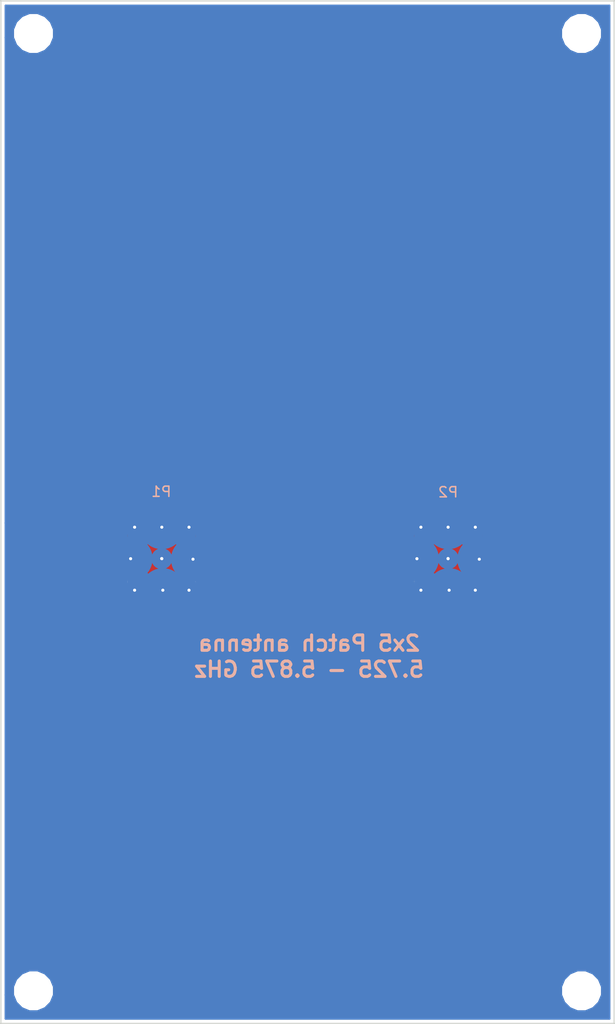
<source format=kicad_pcb>
(kicad_pcb (version 4) (host Gerbview "5.1.0")

  (layers 
    (0 F.Cu signal)
    (31 B.Cu signal)
    (32 B.Adhes user)
    (33 F.Adhes user)
    (34 B.Paste user)
    (35 F.Paste user)
    (36 B.SilkS user)
    (37 F.SilkS user)
    (38 B.Mask user)
    (39 F.Mask user)
    (40 Dwgs.User user)
    (41 Cmts.User user)
    (42 Eco1.User user)
    (43 Eco2.User user)
    (44 Edge.Cuts user)
  )

(gr_line (start 154.6 155.2) (end 154.6 155.2)(layer F.Mask) (width 3.6))
(gr_line (start 101 155.2) (end 101 155.2)(layer F.Mask) (width 3.6))
(gr_line (start 101 61.6) (end 101 61.6)(layer F.Mask) (width 3.6))
(gr_line (start 154.6 61.6) (end 154.6 61.6)(layer F.Mask) (width 3.6))
(gr_line (start 97.8 58.4) (end 97.8 58.4)(layer Edge.Cuts) (width 0.15))
(gr_line (start 97.8 158.4) (end 97.8 58.4)(layer Edge.Cuts) (width 0.15))
(gr_line (start 157.8 158.4) (end 97.8 158.4)(layer Edge.Cuts) (width 0.15))
(gr_line (start 157.8 58.4) (end 157.8 158.4)(layer Edge.Cuts) (width 0.15))
(gr_line (start 97.8 58.4) (end 157.8 58.4)(layer Edge.Cuts) (width 0.15))
(gr_line (start 138.48571 120.54643) (end 138.41429 120.475)(layer B.SilkS) (width 0.3))
(gr_line (start 138.41429 120.475) (end 138.27143 120.40357)(layer B.SilkS) (width 0.3))
(gr_line (start 138.27143 120.40357) (end 137.91429 120.40357)(layer B.SilkS) (width 0.3))
(gr_line (start 137.91429 120.40357) (end 137.77143 120.475)(layer B.SilkS) (width 0.3))
(gr_line (start 137.77143 120.475) (end 137.7 120.54643)(layer B.SilkS) (width 0.3))
(gr_line (start 137.7 120.54643) (end 137.62857 120.68929)(layer B.SilkS) (width 0.3))
(gr_line (start 137.62857 120.68929) (end 137.62857 120.83214)(layer B.SilkS) (width 0.3))
(gr_line (start 137.62857 120.83214) (end 137.7 121.04643)(layer B.SilkS) (width 0.3))
(gr_line (start 137.7 121.04643) (end 138.55714 121.90357)(layer B.SilkS) (width 0.3))
(gr_line (start 138.55714 121.90357) (end 137.62857 121.90357)(layer B.SilkS) (width 0.3))
(gr_line (start 137.12857 121.90357) (end 136.34286 120.90357)(layer B.SilkS) (width 0.3))
(gr_line (start 137.12857 120.90357) (end 136.34286 121.90357)(layer B.SilkS) (width 0.3))
(gr_line (start 135.05714 120.40357) (end 135.77143 120.40357)(layer B.SilkS) (width 0.3))
(gr_line (start 135.77143 120.40357) (end 135.84286 121.11786)(layer B.SilkS) (width 0.3))
(gr_line (start 135.84286 121.11786) (end 135.77143 121.04643)(layer B.SilkS) (width 0.3))
(gr_line (start 135.77143 121.04643) (end 135.62857 120.975)(layer B.SilkS) (width 0.3))
(gr_line (start 135.62857 120.975) (end 135.27143 120.975)(layer B.SilkS) (width 0.3))
(gr_line (start 135.27143 120.975) (end 135.12857 121.04643)(layer B.SilkS) (width 0.3))
(gr_line (start 135.12857 121.04643) (end 135.05714 121.11786)(layer B.SilkS) (width 0.3))
(gr_line (start 135.05714 121.11786) (end 134.98571 121.26071)(layer B.SilkS) (width 0.3))
(gr_line (start 134.98571 121.26071) (end 134.98571 121.61786)(layer B.SilkS) (width 0.3))
(gr_line (start 134.98571 121.61786) (end 135.05714 121.76071)(layer B.SilkS) (width 0.3))
(gr_line (start 135.05714 121.76071) (end 135.12857 121.83214)(layer B.SilkS) (width 0.3))
(gr_line (start 135.12857 121.83214) (end 135.27143 121.90357)(layer B.SilkS) (width 0.3))
(gr_line (start 135.27143 121.90357) (end 135.62857 121.90357)(layer B.SilkS) (width 0.3))
(gr_line (start 135.62857 121.90357) (end 135.77143 121.83214)(layer B.SilkS) (width 0.3))
(gr_line (start 135.77143 121.83214) (end 135.84286 121.76071)(layer B.SilkS) (width 0.3))
(gr_line (start 133.2 121.90357) (end 133.2 120.40357)(layer B.SilkS) (width 0.3))
(gr_line (start 133.2 120.40357) (end 132.62857 120.40357)(layer B.SilkS) (width 0.3))
(gr_line (start 132.62857 120.40357) (end 132.48571 120.475)(layer B.SilkS) (width 0.3))
(gr_line (start 132.48571 120.475) (end 132.41429 120.54643)(layer B.SilkS) (width 0.3))
(gr_line (start 132.41429 120.54643) (end 132.34286 120.68929)(layer B.SilkS) (width 0.3))
(gr_line (start 132.34286 120.68929) (end 132.34286 120.90357)(layer B.SilkS) (width 0.3))
(gr_line (start 132.34286 120.90357) (end 132.41429 121.04643)(layer B.SilkS) (width 0.3))
(gr_line (start 132.41429 121.04643) (end 132.48571 121.11786)(layer B.SilkS) (width 0.3))
(gr_line (start 132.48571 121.11786) (end 132.62857 121.18929)(layer B.SilkS) (width 0.3))
(gr_line (start 132.62857 121.18929) (end 133.2 121.18929)(layer B.SilkS) (width 0.3))
(gr_line (start 131.05714 121.90357) (end 131.05714 121.11786)(layer B.SilkS) (width 0.3))
(gr_line (start 131.05714 121.11786) (end 131.12857 120.975)(layer B.SilkS) (width 0.3))
(gr_line (start 131.12857 120.975) (end 131.27143 120.90357)(layer B.SilkS) (width 0.3))
(gr_line (start 131.27143 120.90357) (end 131.55714 120.90357)(layer B.SilkS) (width 0.3))
(gr_line (start 131.55714 120.90357) (end 131.7 120.975)(layer B.SilkS) (width 0.3))
(gr_line (start 131.05714 121.83214) (end 131.2 121.90357)(layer B.SilkS) (width 0.3))
(gr_line (start 131.2 121.90357) (end 131.55714 121.90357)(layer B.SilkS) (width 0.3))
(gr_line (start 131.55714 121.90357) (end 131.7 121.83214)(layer B.SilkS) (width 0.3))
(gr_line (start 131.7 121.83214) (end 131.77143 121.68929)(layer B.SilkS) (width 0.3))
(gr_line (start 131.77143 121.68929) (end 131.77143 121.54643)(layer B.SilkS) (width 0.3))
(gr_line (start 131.77143 121.54643) (end 131.7 121.40357)(layer B.SilkS) (width 0.3))
(gr_line (start 131.7 121.40357) (end 131.55714 121.33214)(layer B.SilkS) (width 0.3))
(gr_line (start 131.55714 121.33214) (end 131.2 121.33214)(layer B.SilkS) (width 0.3))
(gr_line (start 131.2 121.33214) (end 131.05714 121.26071)(layer B.SilkS) (width 0.3))
(gr_line (start 130.55714 120.90357) (end 129.98571 120.90357)(layer B.SilkS) (width 0.3))
(gr_line (start 130.34286 120.40357) (end 130.34286 121.68929)(layer B.SilkS) (width 0.3))
(gr_line (start 130.34286 121.68929) (end 130.27143 121.83214)(layer B.SilkS) (width 0.3))
(gr_line (start 130.27143 121.83214) (end 130.12857 121.90357)(layer B.SilkS) (width 0.3))
(gr_line (start 130.12857 121.90357) (end 129.98571 121.90357)(layer B.SilkS) (width 0.3))
(gr_line (start 128.84286 121.83214) (end 128.98571 121.90357)(layer B.SilkS) (width 0.3))
(gr_line (start 128.98571 121.90357) (end 129.27143 121.90357)(layer B.SilkS) (width 0.3))
(gr_line (start 129.27143 121.90357) (end 129.41429 121.83214)(layer B.SilkS) (width 0.3))
(gr_line (start 129.41429 121.83214) (end 129.48571 121.76071)(layer B.SilkS) (width 0.3))
(gr_line (start 129.48571 121.76071) (end 129.55714 121.61786)(layer B.SilkS) (width 0.3))
(gr_line (start 129.55714 121.61786) (end 129.55714 121.18929)(layer B.SilkS) (width 0.3))
(gr_line (start 129.55714 121.18929) (end 129.48571 121.04643)(layer B.SilkS) (width 0.3))
(gr_line (start 129.48571 121.04643) (end 129.41429 120.975)(layer B.SilkS) (width 0.3))
(gr_line (start 129.41429 120.975) (end 129.27143 120.90357)(layer B.SilkS) (width 0.3))
(gr_line (start 129.27143 120.90357) (end 128.98571 120.90357)(layer B.SilkS) (width 0.3))
(gr_line (start 128.98571 120.90357) (end 128.84286 120.975)(layer B.SilkS) (width 0.3))
(gr_line (start 128.2 121.90357) (end 128.2 120.40357)(layer B.SilkS) (width 0.3))
(gr_line (start 127.55714 121.90357) (end 127.55714 121.11786)(layer B.SilkS) (width 0.3))
(gr_line (start 127.55714 121.11786) (end 127.62857 120.975)(layer B.SilkS) (width 0.3))
(gr_line (start 127.62857 120.975) (end 127.77143 120.90357)(layer B.SilkS) (width 0.3))
(gr_line (start 127.77143 120.90357) (end 127.98571 120.90357)(layer B.SilkS) (width 0.3))
(gr_line (start 127.98571 120.90357) (end 128.12857 120.975)(layer B.SilkS) (width 0.3))
(gr_line (start 128.12857 120.975) (end 128.2 121.04643)(layer B.SilkS) (width 0.3))
(gr_line (start 125.05714 121.90357) (end 125.05714 121.11786)(layer B.SilkS) (width 0.3))
(gr_line (start 125.05714 121.11786) (end 125.12857 120.975)(layer B.SilkS) (width 0.3))
(gr_line (start 125.12857 120.975) (end 125.27143 120.90357)(layer B.SilkS) (width 0.3))
(gr_line (start 125.27143 120.90357) (end 125.55714 120.90357)(layer B.SilkS) (width 0.3))
(gr_line (start 125.55714 120.90357) (end 125.7 120.975)(layer B.SilkS) (width 0.3))
(gr_line (start 125.05714 121.83214) (end 125.2 121.90357)(layer B.SilkS) (width 0.3))
(gr_line (start 125.2 121.90357) (end 125.55714 121.90357)(layer B.SilkS) (width 0.3))
(gr_line (start 125.55714 121.90357) (end 125.7 121.83214)(layer B.SilkS) (width 0.3))
(gr_line (start 125.7 121.83214) (end 125.77143 121.68929)(layer B.SilkS) (width 0.3))
(gr_line (start 125.77143 121.68929) (end 125.77143 121.54643)(layer B.SilkS) (width 0.3))
(gr_line (start 125.77143 121.54643) (end 125.7 121.40357)(layer B.SilkS) (width 0.3))
(gr_line (start 125.7 121.40357) (end 125.55714 121.33214)(layer B.SilkS) (width 0.3))
(gr_line (start 125.55714 121.33214) (end 125.2 121.33214)(layer B.SilkS) (width 0.3))
(gr_line (start 125.2 121.33214) (end 125.05714 121.26071)(layer B.SilkS) (width 0.3))
(gr_line (start 124.34286 120.90357) (end 124.34286 121.90357)(layer B.SilkS) (width 0.3))
(gr_line (start 124.34286 121.04643) (end 124.27143 120.975)(layer B.SilkS) (width 0.3))
(gr_line (start 124.27143 120.975) (end 124.12857 120.90357)(layer B.SilkS) (width 0.3))
(gr_line (start 124.12857 120.90357) (end 123.91429 120.90357)(layer B.SilkS) (width 0.3))
(gr_line (start 123.91429 120.90357) (end 123.77143 120.975)(layer B.SilkS) (width 0.3))
(gr_line (start 123.77143 120.975) (end 123.7 121.11786)(layer B.SilkS) (width 0.3))
(gr_line (start 123.7 121.11786) (end 123.7 121.90357)(layer B.SilkS) (width 0.3))
(gr_line (start 123.2 120.90357) (end 122.62857 120.90357)(layer B.SilkS) (width 0.3))
(gr_line (start 122.98571 120.40357) (end 122.98571 121.68929)(layer B.SilkS) (width 0.3))
(gr_line (start 122.98571 121.68929) (end 122.91429 121.83214)(layer B.SilkS) (width 0.3))
(gr_line (start 122.91429 121.83214) (end 122.77143 121.90357)(layer B.SilkS) (width 0.3))
(gr_line (start 122.77143 121.90357) (end 122.62857 121.90357)(layer B.SilkS) (width 0.3))
(gr_line (start 121.55714 121.83214) (end 121.7 121.90357)(layer B.SilkS) (width 0.3))
(gr_line (start 121.7 121.90357) (end 121.98571 121.90357)(layer B.SilkS) (width 0.3))
(gr_line (start 121.98571 121.90357) (end 122.12857 121.83214)(layer B.SilkS) (width 0.3))
(gr_line (start 122.12857 121.83214) (end 122.2 121.68929)(layer B.SilkS) (width 0.3))
(gr_line (start 122.2 121.68929) (end 122.2 121.11786)(layer B.SilkS) (width 0.3))
(gr_line (start 122.2 121.11786) (end 122.12857 120.975)(layer B.SilkS) (width 0.3))
(gr_line (start 122.12857 120.975) (end 121.98571 120.90357)(layer B.SilkS) (width 0.3))
(gr_line (start 121.98571 120.90357) (end 121.7 120.90357)(layer B.SilkS) (width 0.3))
(gr_line (start 121.7 120.90357) (end 121.55714 120.975)(layer B.SilkS) (width 0.3))
(gr_line (start 121.55714 120.975) (end 121.48571 121.11786)(layer B.SilkS) (width 0.3))
(gr_line (start 121.48571 121.11786) (end 121.48571 121.26071)(layer B.SilkS) (width 0.3))
(gr_line (start 121.48571 121.26071) (end 122.2 121.40357)(layer B.SilkS) (width 0.3))
(gr_line (start 120.84286 120.90357) (end 120.84286 121.90357)(layer B.SilkS) (width 0.3))
(gr_line (start 120.84286 121.04643) (end 120.77143 120.975)(layer B.SilkS) (width 0.3))
(gr_line (start 120.77143 120.975) (end 120.62857 120.90357)(layer B.SilkS) (width 0.3))
(gr_line (start 120.62857 120.90357) (end 120.41429 120.90357)(layer B.SilkS) (width 0.3))
(gr_line (start 120.41429 120.90357) (end 120.27143 120.975)(layer B.SilkS) (width 0.3))
(gr_line (start 120.27143 120.975) (end 120.2 121.11786)(layer B.SilkS) (width 0.3))
(gr_line (start 120.2 121.11786) (end 120.2 121.90357)(layer B.SilkS) (width 0.3))
(gr_line (start 119.48571 120.90357) (end 119.48571 121.90357)(layer B.SilkS) (width 0.3))
(gr_line (start 119.48571 121.04643) (end 119.41429 120.975)(layer B.SilkS) (width 0.3))
(gr_line (start 119.41429 120.975) (end 119.27143 120.90357)(layer B.SilkS) (width 0.3))
(gr_line (start 119.27143 120.90357) (end 119.05714 120.90357)(layer B.SilkS) (width 0.3))
(gr_line (start 119.05714 120.90357) (end 118.91429 120.975)(layer B.SilkS) (width 0.3))
(gr_line (start 118.91429 120.975) (end 118.84286 121.11786)(layer B.SilkS) (width 0.3))
(gr_line (start 118.84286 121.11786) (end 118.84286 121.90357)(layer B.SilkS) (width 0.3))
(gr_line (start 117.48571 121.90357) (end 117.48571 121.11786)(layer B.SilkS) (width 0.3))
(gr_line (start 117.48571 121.11786) (end 117.55714 120.975)(layer B.SilkS) (width 0.3))
(gr_line (start 117.55714 120.975) (end 117.7 120.90357)(layer B.SilkS) (width 0.3))
(gr_line (start 117.7 120.90357) (end 117.98571 120.90357)(layer B.SilkS) (width 0.3))
(gr_line (start 117.98571 120.90357) (end 118.12857 120.975)(layer B.SilkS) (width 0.3))
(gr_line (start 117.48571 121.83214) (end 117.62857 121.90357)(layer B.SilkS) (width 0.3))
(gr_line (start 117.62857 121.90357) (end 117.98571 121.90357)(layer B.SilkS) (width 0.3))
(gr_line (start 117.98571 121.90357) (end 118.12857 121.83214)(layer B.SilkS) (width 0.3))
(gr_line (start 118.12857 121.83214) (end 118.2 121.68929)(layer B.SilkS) (width 0.3))
(gr_line (start 118.2 121.68929) (end 118.2 121.54643)(layer B.SilkS) (width 0.3))
(gr_line (start 118.2 121.54643) (end 118.12857 121.40357)(layer B.SilkS) (width 0.3))
(gr_line (start 118.12857 121.40357) (end 117.98571 121.33214)(layer B.SilkS) (width 0.3))
(gr_line (start 117.98571 121.33214) (end 117.62857 121.33214)(layer B.SilkS) (width 0.3))
(gr_line (start 117.62857 121.33214) (end 117.48571 121.26071)(layer B.SilkS) (width 0.3))
(gr_line (start 138.09286 122.95357) (end 138.80714 122.95357)(layer B.SilkS) (width 0.3))
(gr_line (start 138.80714 122.95357) (end 138.87857 123.66786)(layer B.SilkS) (width 0.3))
(gr_line (start 138.87857 123.66786) (end 138.80714 123.59643)(layer B.SilkS) (width 0.3))
(gr_line (start 138.80714 123.59643) (end 138.66429 123.525)(layer B.SilkS) (width 0.3))
(gr_line (start 138.66429 123.525) (end 138.30714 123.525)(layer B.SilkS) (width 0.3))
(gr_line (start 138.30714 123.525) (end 138.16429 123.59643)(layer B.SilkS) (width 0.3))
(gr_line (start 138.16429 123.59643) (end 138.09286 123.66786)(layer B.SilkS) (width 0.3))
(gr_line (start 138.09286 123.66786) (end 138.02143 123.81071)(layer B.SilkS) (width 0.3))
(gr_line (start 138.02143 123.81071) (end 138.02143 124.16786)(layer B.SilkS) (width 0.3))
(gr_line (start 138.02143 124.16786) (end 138.09286 124.31071)(layer B.SilkS) (width 0.3))
(gr_line (start 138.09286 124.31071) (end 138.16429 124.38214)(layer B.SilkS) (width 0.3))
(gr_line (start 138.16429 124.38214) (end 138.30714 124.45357)(layer B.SilkS) (width 0.3))
(gr_line (start 138.30714 124.45357) (end 138.66429 124.45357)(layer B.SilkS) (width 0.3))
(gr_line (start 138.66429 124.45357) (end 138.80714 124.38214)(layer B.SilkS) (width 0.3))
(gr_line (start 138.80714 124.38214) (end 138.87857 124.31071)(layer B.SilkS) (width 0.3))
(gr_line (start 137.37857 124.31071) (end 137.30714 124.38214)(layer B.SilkS) (width 0.3))
(gr_line (start 137.30714 124.38214) (end 137.37857 124.45357)(layer B.SilkS) (width 0.3))
(gr_line (start 137.37857 124.45357) (end 137.45 124.38214)(layer B.SilkS) (width 0.3))
(gr_line (start 137.45 124.38214) (end 137.37857 124.31071)(layer B.SilkS) (width 0.3))
(gr_line (start 137.37857 124.31071) (end 137.37857 124.45357)(layer B.SilkS) (width 0.3))
(gr_line (start 136.80714 122.95357) (end 135.80714 122.95357)(layer B.SilkS) (width 0.3))
(gr_line (start 135.80714 122.95357) (end 136.45 124.45357)(layer B.SilkS) (width 0.3))
(gr_line (start 135.30714 123.09643) (end 135.23571 123.025)(layer B.SilkS) (width 0.3))
(gr_line (start 135.23571 123.025) (end 135.09286 122.95357)(layer B.SilkS) (width 0.3))
(gr_line (start 135.09286 122.95357) (end 134.73571 122.95357)(layer B.SilkS) (width 0.3))
(gr_line (start 134.73571 122.95357) (end 134.59286 123.025)(layer B.SilkS) (width 0.3))
(gr_line (start 134.59286 123.025) (end 134.52143 123.09643)(layer B.SilkS) (width 0.3))
(gr_line (start 134.52143 123.09643) (end 134.45 123.23929)(layer B.SilkS) (width 0.3))
(gr_line (start 134.45 123.23929) (end 134.45 123.38214)(layer B.SilkS) (width 0.3))
(gr_line (start 134.45 123.38214) (end 134.52143 123.59643)(layer B.SilkS) (width 0.3))
(gr_line (start 134.52143 123.59643) (end 135.37857 124.45357)(layer B.SilkS) (width 0.3))
(gr_line (start 135.37857 124.45357) (end 134.45 124.45357)(layer B.SilkS) (width 0.3))
(gr_line (start 133.09286 122.95357) (end 133.80714 122.95357)(layer B.SilkS) (width 0.3))
(gr_line (start 133.80714 122.95357) (end 133.87857 123.66786)(layer B.SilkS) (width 0.3))
(gr_line (start 133.87857 123.66786) (end 133.80714 123.59643)(layer B.SilkS) (width 0.3))
(gr_line (start 133.80714 123.59643) (end 133.66429 123.525)(layer B.SilkS) (width 0.3))
(gr_line (start 133.66429 123.525) (end 133.30714 123.525)(layer B.SilkS) (width 0.3))
(gr_line (start 133.30714 123.525) (end 133.16429 123.59643)(layer B.SilkS) (width 0.3))
(gr_line (start 133.16429 123.59643) (end 133.09286 123.66786)(layer B.SilkS) (width 0.3))
(gr_line (start 133.09286 123.66786) (end 133.02143 123.81071)(layer B.SilkS) (width 0.3))
(gr_line (start 133.02143 123.81071) (end 133.02143 124.16786)(layer B.SilkS) (width 0.3))
(gr_line (start 133.02143 124.16786) (end 133.09286 124.31071)(layer B.SilkS) (width 0.3))
(gr_line (start 133.09286 124.31071) (end 133.16429 124.38214)(layer B.SilkS) (width 0.3))
(gr_line (start 133.16429 124.38214) (end 133.30714 124.45357)(layer B.SilkS) (width 0.3))
(gr_line (start 133.30714 124.45357) (end 133.66429 124.45357)(layer B.SilkS) (width 0.3))
(gr_line (start 133.66429 124.45357) (end 133.80714 124.38214)(layer B.SilkS) (width 0.3))
(gr_line (start 133.80714 124.38214) (end 133.87857 124.31071)(layer B.SilkS) (width 0.3))
(gr_line (start 131.23571 123.88214) (end 130.09286 123.88214)(layer B.SilkS) (width 0.3))
(gr_line (start 127.52143 122.95357) (end 128.23571 122.95357)(layer B.SilkS) (width 0.3))
(gr_line (start 128.23571 122.95357) (end 128.30714 123.66786)(layer B.SilkS) (width 0.3))
(gr_line (start 128.30714 123.66786) (end 128.23571 123.59643)(layer B.SilkS) (width 0.3))
(gr_line (start 128.23571 123.59643) (end 128.09286 123.525)(layer B.SilkS) (width 0.3))
(gr_line (start 128.09286 123.525) (end 127.73571 123.525)(layer B.SilkS) (width 0.3))
(gr_line (start 127.73571 123.525) (end 127.59286 123.59643)(layer B.SilkS) (width 0.3))
(gr_line (start 127.59286 123.59643) (end 127.52143 123.66786)(layer B.SilkS) (width 0.3))
(gr_line (start 127.52143 123.66786) (end 127.45 123.81071)(layer B.SilkS) (width 0.3))
(gr_line (start 127.45 123.81071) (end 127.45 124.16786)(layer B.SilkS) (width 0.3))
(gr_line (start 127.45 124.16786) (end 127.52143 124.31071)(layer B.SilkS) (width 0.3))
(gr_line (start 127.52143 124.31071) (end 127.59286 124.38214)(layer B.SilkS) (width 0.3))
(gr_line (start 127.59286 124.38214) (end 127.73571 124.45357)(layer B.SilkS) (width 0.3))
(gr_line (start 127.73571 124.45357) (end 128.09286 124.45357)(layer B.SilkS) (width 0.3))
(gr_line (start 128.09286 124.45357) (end 128.23571 124.38214)(layer B.SilkS) (width 0.3))
(gr_line (start 128.23571 124.38214) (end 128.30714 124.31071)(layer B.SilkS) (width 0.3))
(gr_line (start 126.80714 124.31071) (end 126.73571 124.38214)(layer B.SilkS) (width 0.3))
(gr_line (start 126.73571 124.38214) (end 126.80714 124.45357)(layer B.SilkS) (width 0.3))
(gr_line (start 126.80714 124.45357) (end 126.87857 124.38214)(layer B.SilkS) (width 0.3))
(gr_line (start 126.87857 124.38214) (end 126.80714 124.31071)(layer B.SilkS) (width 0.3))
(gr_line (start 126.80714 124.31071) (end 126.80714 124.45357)(layer B.SilkS) (width 0.3))
(gr_line (start 125.87857 123.59643) (end 126.02143 123.525)(layer B.SilkS) (width 0.3))
(gr_line (start 126.02143 123.525) (end 126.09286 123.45357)(layer B.SilkS) (width 0.3))
(gr_line (start 126.09286 123.45357) (end 126.16429 123.31071)(layer B.SilkS) (width 0.3))
(gr_line (start 126.16429 123.31071) (end 126.16429 123.23929)(layer B.SilkS) (width 0.3))
(gr_line (start 126.16429 123.23929) (end 126.09286 123.09643)(layer B.SilkS) (width 0.3))
(gr_line (start 126.09286 123.09643) (end 126.02143 123.025)(layer B.SilkS) (width 0.3))
(gr_line (start 126.02143 123.025) (end 125.87857 122.95357)(layer B.SilkS) (width 0.3))
(gr_line (start 125.87857 122.95357) (end 125.59286 122.95357)(layer B.SilkS) (width 0.3))
(gr_line (start 125.59286 122.95357) (end 125.45 123.025)(layer B.SilkS) (width 0.3))
(gr_line (start 125.45 123.025) (end 125.37857 123.09643)(layer B.SilkS) (width 0.3))
(gr_line (start 125.37857 123.09643) (end 125.30714 123.23929)(layer B.SilkS) (width 0.3))
(gr_line (start 125.30714 123.23929) (end 125.30714 123.31071)(layer B.SilkS) (width 0.3))
(gr_line (start 125.30714 123.31071) (end 125.37857 123.45357)(layer B.SilkS) (width 0.3))
(gr_line (start 125.37857 123.45357) (end 125.45 123.525)(layer B.SilkS) (width 0.3))
(gr_line (start 125.45 123.525) (end 125.59286 123.59643)(layer B.SilkS) (width 0.3))
(gr_line (start 125.59286 123.59643) (end 125.87857 123.59643)(layer B.SilkS) (width 0.3))
(gr_line (start 125.87857 123.59643) (end 126.02143 123.66786)(layer B.SilkS) (width 0.3))
(gr_line (start 126.02143 123.66786) (end 126.09286 123.73929)(layer B.SilkS) (width 0.3))
(gr_line (start 126.09286 123.73929) (end 126.16429 123.88214)(layer B.SilkS) (width 0.3))
(gr_line (start 126.16429 123.88214) (end 126.16429 124.16786)(layer B.SilkS) (width 0.3))
(gr_line (start 126.16429 124.16786) (end 126.09286 124.31071)(layer B.SilkS) (width 0.3))
(gr_line (start 126.09286 124.31071) (end 126.02143 124.38214)(layer B.SilkS) (width 0.3))
(gr_line (start 126.02143 124.38214) (end 125.87857 124.45357)(layer B.SilkS) (width 0.3))
(gr_line (start 125.87857 124.45357) (end 125.59286 124.45357)(layer B.SilkS) (width 0.3))
(gr_line (start 125.59286 124.45357) (end 125.45 124.38214)(layer B.SilkS) (width 0.3))
(gr_line (start 125.45 124.38214) (end 125.37857 124.31071)(layer B.SilkS) (width 0.3))
(gr_line (start 125.37857 124.31071) (end 125.30714 124.16786)(layer B.SilkS) (width 0.3))
(gr_line (start 125.30714 124.16786) (end 125.30714 123.88214)(layer B.SilkS) (width 0.3))
(gr_line (start 125.30714 123.88214) (end 125.37857 123.73929)(layer B.SilkS) (width 0.3))
(gr_line (start 125.37857 123.73929) (end 125.45 123.66786)(layer B.SilkS) (width 0.3))
(gr_line (start 125.45 123.66786) (end 125.59286 123.59643)(layer B.SilkS) (width 0.3))
(gr_line (start 124.80714 122.95357) (end 123.80714 122.95357)(layer B.SilkS) (width 0.3))
(gr_line (start 123.80714 122.95357) (end 124.45 124.45357)(layer B.SilkS) (width 0.3))
(gr_line (start 122.52143 122.95357) (end 123.23571 122.95357)(layer B.SilkS) (width 0.3))
(gr_line (start 123.23571 122.95357) (end 123.30714 123.66786)(layer B.SilkS) (width 0.3))
(gr_line (start 123.30714 123.66786) (end 123.23571 123.59643)(layer B.SilkS) (width 0.3))
(gr_line (start 123.23571 123.59643) (end 123.09286 123.525)(layer B.SilkS) (width 0.3))
(gr_line (start 123.09286 123.525) (end 122.73571 123.525)(layer B.SilkS) (width 0.3))
(gr_line (start 122.73571 123.525) (end 122.59286 123.59643)(layer B.SilkS) (width 0.3))
(gr_line (start 122.59286 123.59643) (end 122.52143 123.66786)(layer B.SilkS) (width 0.3))
(gr_line (start 122.52143 123.66786) (end 122.45 123.81071)(layer B.SilkS) (width 0.3))
(gr_line (start 122.45 123.81071) (end 122.45 124.16786)(layer B.SilkS) (width 0.3))
(gr_line (start 122.45 124.16786) (end 122.52143 124.31071)(layer B.SilkS) (width 0.3))
(gr_line (start 122.52143 124.31071) (end 122.59286 124.38214)(layer B.SilkS) (width 0.3))
(gr_line (start 122.59286 124.38214) (end 122.73571 124.45357)(layer B.SilkS) (width 0.3))
(gr_line (start 122.73571 124.45357) (end 123.09286 124.45357)(layer B.SilkS) (width 0.3))
(gr_line (start 123.09286 124.45357) (end 123.23571 124.38214)(layer B.SilkS) (width 0.3))
(gr_line (start 123.23571 124.38214) (end 123.30714 124.31071)(layer B.SilkS) (width 0.3))
(gr_line (start 119.87857 123.025) (end 120.02143 122.95357)(layer B.SilkS) (width 0.3))
(gr_line (start 120.02143 122.95357) (end 120.23571 122.95357)(layer B.SilkS) (width 0.3))
(gr_line (start 120.23571 122.95357) (end 120.45 123.025)(layer B.SilkS) (width 0.3))
(gr_line (start 120.45 123.025) (end 120.59286 123.16786)(layer B.SilkS) (width 0.3))
(gr_line (start 120.59286 123.16786) (end 120.66429 123.31071)(layer B.SilkS) (width 0.3))
(gr_line (start 120.66429 123.31071) (end 120.73571 123.59643)(layer B.SilkS) (width 0.3))
(gr_line (start 120.73571 123.59643) (end 120.73571 123.81071)(layer B.SilkS) (width 0.3))
(gr_line (start 120.73571 123.81071) (end 120.66429 124.09643)(layer B.SilkS) (width 0.3))
(gr_line (start 120.66429 124.09643) (end 120.59286 124.23929)(layer B.SilkS) (width 0.3))
(gr_line (start 120.59286 124.23929) (end 120.45 124.38214)(layer B.SilkS) (width 0.3))
(gr_line (start 120.45 124.38214) (end 120.23571 124.45357)(layer B.SilkS) (width 0.3))
(gr_line (start 120.23571 124.45357) (end 120.09286 124.45357)(layer B.SilkS) (width 0.3))
(gr_line (start 120.09286 124.45357) (end 119.87857 124.38214)(layer B.SilkS) (width 0.3))
(gr_line (start 119.87857 124.38214) (end 119.80714 124.31071)(layer B.SilkS) (width 0.3))
(gr_line (start 119.80714 124.31071) (end 119.80714 123.81071)(layer B.SilkS) (width 0.3))
(gr_line (start 119.80714 123.81071) (end 120.09286 123.81071)(layer B.SilkS) (width 0.3))
(gr_line (start 119.16429 124.45357) (end 119.16429 122.95357)(layer B.SilkS) (width 0.3))
(gr_line (start 119.16429 123.66786) (end 118.30714 123.66786)(layer B.SilkS) (width 0.3))
(gr_line (start 118.30714 124.45357) (end 118.30714 122.95357)(layer B.SilkS) (width 0.3))
(gr_line (start 117.73571 123.45357) (end 116.95 123.45357)(layer B.SilkS) (width 0.3))
(gr_line (start 116.95 123.45357) (end 117.73571 124.45357)(layer B.SilkS) (width 0.3))
(gr_line (start 117.73571 124.45357) (end 116.95 124.45357)(layer B.SilkS) (width 0.3))
(gr_line (start 142.2881 106.90238) (end 142.2881 105.90238)(layer B.SilkS) (width 0.15))
(gr_line (start 142.2881 105.90238) (end 141.90714 105.90238)(layer B.SilkS) (width 0.15))
(gr_line (start 141.90714 105.90238) (end 141.8119 105.95)(layer B.SilkS) (width 0.15))
(gr_line (start 141.8119 105.95) (end 141.76429 105.99762)(layer B.SilkS) (width 0.15))
(gr_line (start 141.76429 105.99762) (end 141.71667 106.09286)(layer B.SilkS) (width 0.15))
(gr_line (start 141.71667 106.09286) (end 141.71667 106.23571)(layer B.SilkS) (width 0.15))
(gr_line (start 141.71667 106.23571) (end 141.76429 106.33095)(layer B.SilkS) (width 0.15))
(gr_line (start 141.76429 106.33095) (end 141.8119 106.37857)(layer B.SilkS) (width 0.15))
(gr_line (start 141.8119 106.37857) (end 141.90714 106.42619)(layer B.SilkS) (width 0.15))
(gr_line (start 141.90714 106.42619) (end 142.2881 106.42619)(layer B.SilkS) (width 0.15))
(gr_line (start 141.33571 105.99762) (end 141.2881 105.95)(layer B.SilkS) (width 0.15))
(gr_line (start 141.2881 105.95) (end 141.19286 105.90238)(layer B.SilkS) (width 0.15))
(gr_line (start 141.19286 105.90238) (end 140.95476 105.90238)(layer B.SilkS) (width 0.15))
(gr_line (start 140.95476 105.90238) (end 140.85952 105.95)(layer B.SilkS) (width 0.15))
(gr_line (start 140.85952 105.95) (end 140.8119 105.99762)(layer B.SilkS) (width 0.15))
(gr_line (start 140.8119 105.99762) (end 140.76429 106.09286)(layer B.SilkS) (width 0.15))
(gr_line (start 140.76429 106.09286) (end 140.76429 106.1881)(layer B.SilkS) (width 0.15))
(gr_line (start 140.76429 106.1881) (end 140.8119 106.33095)(layer B.SilkS) (width 0.15))
(gr_line (start 140.8119 106.33095) (end 141.38333 106.90238)(layer B.SilkS) (width 0.15))
(gr_line (start 141.38333 106.90238) (end 140.76429 106.90238)(layer B.SilkS) (width 0.15))
(gr_line (start 114.2381 106.85238) (end 114.2381 105.85238)(layer B.SilkS) (width 0.15))
(gr_line (start 114.2381 105.85238) (end 113.85714 105.85238)(layer B.SilkS) (width 0.15))
(gr_line (start 113.85714 105.85238) (end 113.7619 105.9)(layer B.SilkS) (width 0.15))
(gr_line (start 113.7619 105.9) (end 113.71429 105.94762)(layer B.SilkS) (width 0.15))
(gr_line (start 113.71429 105.94762) (end 113.66667 106.04286)(layer B.SilkS) (width 0.15))
(gr_line (start 113.66667 106.04286) (end 113.66667 106.18571)(layer B.SilkS) (width 0.15))
(gr_line (start 113.66667 106.18571) (end 113.71429 106.28095)(layer B.SilkS) (width 0.15))
(gr_line (start 113.71429 106.28095) (end 113.7619 106.32857)(layer B.SilkS) (width 0.15))
(gr_line (start 113.7619 106.32857) (end 113.85714 106.37619)(layer B.SilkS) (width 0.15))
(gr_line (start 113.85714 106.37619) (end 114.2381 106.37619)(layer B.SilkS) (width 0.15))
(gr_line (start 112.71429 106.85238) (end 113.28571 106.85238)(layer B.SilkS) (width 0.15))
(gr_line (start 113 106.85238) (end 113 105.85238)(layer B.SilkS) (width 0.15))
(gr_line (start 113 105.85238) (end 113.09524 105.99524)(layer B.SilkS) (width 0.15))
(gr_line (start 113.09524 105.99524) (end 113.19048 106.09048)(layer B.SilkS) (width 0.15))
(gr_line (start 113.19048 106.09048) (end 113.28571 106.1381)(layer B.SilkS) (width 0.15))
(gr_line (start 141.541 112.93478) (end 141.541 112.93478)(layer B.Mask) (width 1.1))
(gr_line (start 113.541 112.93478) (end 113.541 112.93478)(layer B.Mask) (width 1.1))
(gr_line (start 141.55 109.87) (end 141.55 109.87)(layer B.Mask) (width 7.4))
(gr_line (start 141.65 116.03) (end 141.65 116.03)(layer B.Mask) (width 7.4))
(gr_line (start 144.6 113) (end 144.6 113)(layer B.Mask) (width 2))
(gr_line (start 138.5 112.95) (end 138.5 112.95)(layer B.Mask) (width 2))
(gr_line (start 138.89 116.03) (end 138.89 116.03)(layer B.Mask) (width 2.8))
(gr_line (start 144.21 116.03) (end 144.21 116.03)(layer B.Mask) (width 2.8))
(gr_line (start 144.21 109.87) (end 144.21 109.87)(layer B.Mask) (width 2.8))
(gr_line (start 138.89 109.87) (end 138.89 109.87)(layer B.Mask) (width 2.8))
(gr_line (start 141.55 112.95) (end 141.55 112.95)(layer B.Mask) (width 2.45))
(gr_line (start 113.55 109.87) (end 113.55 109.87)(layer B.Mask) (width 7.4))
(gr_line (start 113.65 116.03) (end 113.65 116.03)(layer B.Mask) (width 7.4))
(gr_line (start 116.6 113) (end 116.6 113)(layer B.Mask) (width 2))
(gr_line (start 110.5 112.95) (end 110.5 112.95)(layer B.Mask) (width 2))
(gr_line (start 110.89 116.03) (end 110.89 116.03)(layer B.Mask) (width 2.8))
(gr_line (start 116.21 116.03) (end 116.21 116.03)(layer B.Mask) (width 2.8))
(gr_line (start 116.21 109.87) (end 116.21 109.87)(layer B.Mask) (width 2.8))
(gr_line (start 110.89 109.87) (end 110.89 109.87)(layer B.Mask) (width 2.8))
(gr_line (start 113.55 112.95) (end 113.55 112.95)(layer B.Mask) (width 2.45))
(gr_line (start 154.6 155.2) (end 154.6 155.2)(layer B.Mask) (width 3.6))
(gr_line (start 101 155.2) (end 101 155.2)(layer B.Mask) (width 3.6))
(gr_line (start 101 61.6) (end 101 61.6)(layer B.Mask) (width 3.6))
(gr_line (start 154.6 61.6) (end 154.6 61.6)(layer B.Mask) (width 3.6))
(gr_poly (pts  (xy 127.741 115.78478) (xy 127.441 115.78478) (xy 127.441 115.28478)
 (xy 127.741 115.28478))(layer F.Cu) (width 0) )
(gr_poly (pts  (xy 128.541 101.58478) (xy 128.241 101.58478) (xy 128.241 101.08478)
 (xy 128.541 101.08478))(layer F.Cu) (width 0) )
(gr_poly (pts  (xy 126.941 101.58478) (xy 126.641 101.58478) (xy 126.641 101.08478)
 (xy 126.941 101.08478))(layer F.Cu) (width 0) )
(gr_poly (pts  (xy 129.041 115.78478) (xy 128.541 115.78478) (xy 128.541 101.08478)
 (xy 129.041 101.08478))(layer F.Cu) (width 0) )
(gr_poly (pts  (xy 128.241 115.78478) (xy 127.741 115.78478) (xy 127.741 101.08478)
 (xy 128.241 101.08478))(layer F.Cu) (width 0) )
(gr_poly (pts  (xy 127.441 115.78478) (xy 126.941 115.78478) (xy 126.941 101.08478)
 (xy 127.441 101.08478))(layer F.Cu) (width 0) )
(gr_poly (pts  (xy 126.641 115.78478) (xy 126.141 115.78478) (xy 126.141 101.08478)
 (xy 126.641 101.08478))(layer F.Cu) (width 0) )
(gr_poly (pts  (xy 141.80913 81.98478) (xy 148.541 81.98478) (xy 148.541 94.88478000000001)
 (xy 141.80913 94.88478000000001) (xy 141.80913 101.98478) (xy 149.541 101.98478) (xy 149.541 114.88478)
 (xy 141.80913 114.88478) (xy 141.80913 121.98478) (xy 148.541 121.98478) (xy 148.541 134.88478)
 (xy 141.80913 134.88478) (xy 141.80913 141.98478) (xy 147.541 141.98478) (xy 147.541 154.88478)
 (xy 135.541 154.88478) (xy 135.541 141.98478) (xy 141.27288 141.98478) (xy 141.27288 134.88478)
 (xy 134.541 134.88478) (xy 134.541 121.98478) (xy 141.27288 121.98478) (xy 141.27288 114.88478)
 (xy 133.541 114.88478) (xy 133.541 101.98478) (xy 141.27288 101.98478) (xy 141.27288 94.88478000000001)
 (xy 134.541 94.88478000000001) (xy 134.541 81.98478) (xy 141.27288 81.98478) (xy 141.27288 74.88478000000001)
 (xy 135.541 74.88478000000001) (xy 135.541 61.98478) (xy 147.541 61.98478) (xy 147.541 74.88478000000001)
 (xy 141.80913 74.88478000000001))(layer F.Cu) (width 0) )
(gr_poly (pts  (xy 113.80913 81.98478) (xy 120.541 81.98478) (xy 120.541 94.88478000000001)
 (xy 113.80913 94.88478000000001) (xy 113.80913 101.98478) (xy 121.541 101.98478) (xy 121.541 114.88478)
 (xy 113.80913 114.88478) (xy 113.80913 121.98478) (xy 120.541 121.98478) (xy 120.541 134.88478)
 (xy 113.80913 134.88478) (xy 113.80913 141.98478) (xy 119.541 141.98478) (xy 119.541 154.88478)
 (xy 107.541 154.88478) (xy 107.541 141.98478) (xy 113.27288 141.98478) (xy 113.27288 134.88478)
 (xy 106.541 134.88478) (xy 106.541 121.98478) (xy 113.27288 121.98478) (xy 113.27288 114.88478)
 (xy 105.541 114.88478) (xy 105.541 101.98478) (xy 113.27288 101.98478) (xy 113.27288 94.88478000000001)
 (xy 106.541 94.88478000000001) (xy 106.541 81.98478) (xy 113.27288 81.98478) (xy 113.27288 74.88478000000001)
 (xy 107.541 74.88478000000001) (xy 107.541 61.98478) (xy 119.541 61.98478) (xy 119.541 74.88478000000001)
 (xy 113.80913 74.88478000000001))(layer F.Cu) (width 0) )
 (via (at 141.541 112.93478) (size 0.7) (layers F.Cu B.Cu))
 (via (at 113.541 112.93478) (size 0.7) (layers F.Cu B.Cu))
 (via (at 141.55 109.87) (size 4.3) (layers F.Cu B.Cu))
 (via (at 141.65 116.03) (size 4.3) (layers F.Cu B.Cu))
 (via (at 144.6 113) (size 4.3) (layers F.Cu B.Cu))
 (via (at 138.5 112.95) (size 4.3) (layers F.Cu B.Cu))
 (via (at 138.89 116.03) (size 2) (layers F.Cu B.Cu))
 (via (at 144.21 116.03) (size 2) (layers F.Cu B.Cu))
 (via (at 144.21 109.87) (size 2) (layers F.Cu B.Cu))
 (via (at 138.89 109.87) (size 2) (layers F.Cu B.Cu))
 (via (at 141.55 112.95) (size 2.05) (layers F.Cu B.Cu))
 (via (at 113.55 109.87) (size 4.3) (layers F.Cu B.Cu))
 (via (at 113.65 116.03) (size 4.3) (layers F.Cu B.Cu))
 (via (at 116.6 113) (size 4.3) (layers F.Cu B.Cu))
 (via (at 110.5 112.95) (size 4.3) (layers F.Cu B.Cu))
 (via (at 110.89 116.03) (size 2) (layers F.Cu B.Cu))
 (via (at 116.21 116.03) (size 2) (layers F.Cu B.Cu))
 (via (at 116.21 109.87) (size 2) (layers F.Cu B.Cu))
 (via (at 110.89 109.87) (size 2) (layers F.Cu B.Cu))
 (via (at 113.55 112.95) (size 2.05) (layers F.Cu B.Cu))
(gr_poly (pts  (xy 157.325 157.925) (xy 98.27500000000001 157.925) (xy 98.27500000000001 155.59608)
 (xy 98.99965 155.59608) (xy 99.30349 156.33143) (xy 99.86561 156.89453) (xy 100.60043 157.19965)
 (xy 101.39608 157.20035) (xy 102.13143 156.89651) (xy 102.69453 156.33439) (xy 102.99965 155.59957)
 (xy 102.99966 155.59608) (xy 152.59965 155.59608) (xy 152.90349 156.33143) (xy 153.46561 156.89453)
 (xy 154.20043 157.19965) (xy 154.99608 157.20035) (xy 155.73143 156.89651) (xy 156.29453 156.33439)
 (xy 156.59965 155.59957) (xy 156.60035 154.80392) (xy 156.29651 154.06857) (xy 155.73439 153.50547)
 (xy 154.99957 153.20035) (xy 154.20392 153.19965) (xy 153.46857 153.50349) (xy 152.90547 154.06561)
 (xy 152.60035 154.80043) (xy 152.59965 155.59608) (xy 102.99966 155.59608) (xy 103.00035 154.80392)
 (xy 102.69651 154.06857) (xy 102.13439 153.50547) (xy 101.39957 153.20035) (xy 100.60392 153.19965)
 (xy 99.86857000000001 153.50349) (xy 99.30547 154.06561) (xy 99.00035 154.80043) (xy 98.99965 155.59608)
 (xy 98.27500000000001 155.59608) (xy 98.27500000000001 109.45) (xy 110.1 109.45) (xy 110.1 115.95)
 (xy 110.1079 115.98896) (xy 110.12982 116.02124) (xy 110.16243 116.04267) (xy 110.20075 116.05)
 (xy 116.85075 116) (xy 116.88827 115.99239) (xy 116.92071 115.97071) (xy 116.94239 115.93827)
 (xy 116.95 115.9) (xy 116.95 109.67863) (xy 138.14194 109.67863) (xy 138.14194 116.17863)
 (xy 138.14985 116.21759) (xy 138.17177 116.24987) (xy 138.20437 116.27131) (xy 138.2427 116.27863)
 (xy 144.8927 116.22863) (xy 144.93021 116.22102) (xy 144.96266 116.19934) (xy 144.98433 116.1669)
 (xy 144.99194 116.12863) (xy 144.99194 109.67863) (xy 144.98433 109.64036) (xy 144.96266 109.60792)
 (xy 144.93021 109.58624) (xy 144.89194 109.57863) (xy 138.24194 109.57863) (xy 138.20368 109.58624)
 (xy 138.17123 109.60792) (xy 138.14956 109.64036) (xy 138.14194 109.67863) (xy 116.95 109.67863)
 (xy 116.95 109.45) (xy 116.94239 109.41173) (xy 116.92071 109.37929) (xy 116.88827 109.35761)
 (xy 116.85 109.35) (xy 110.2 109.35) (xy 110.16173 109.35761) (xy 110.12929 109.37929)
 (xy 110.10761 109.41173) (xy 110.1 109.45) (xy 98.27500000000001 109.45) (xy 98.27500000000001 61.99608)
 (xy 98.99965 61.99608) (xy 99.30349 62.73143) (xy 99.86561 63.29453) (xy 100.60043 63.59965)
 (xy 101.39608 63.60035) (xy 102.13143 63.29651) (xy 102.69453 62.73439) (xy 102.99965 61.99957)
 (xy 102.99966 61.99608) (xy 152.59965 61.99608) (xy 152.90349 62.73143) (xy 153.46561 63.29453)
 (xy 154.20043 63.59965) (xy 154.99608 63.60035) (xy 155.73143 63.29651) (xy 156.29453 62.73439)
 (xy 156.59965 61.99957) (xy 156.60035 61.20392) (xy 156.29651 60.46857) (xy 155.73439 59.90547)
 (xy 154.99957 59.60035) (xy 154.20392 59.59965) (xy 153.46857 59.90349) (xy 152.90547 60.46561)
 (xy 152.60035 61.20043) (xy 152.59965 61.99608) (xy 102.99966 61.99608) (xy 103.00035 61.20392)
 (xy 102.69651 60.46857) (xy 102.13439 59.90547) (xy 101.39957 59.60035) (xy 100.60392 59.59965)
 (xy 99.86857000000001 59.90349) (xy 99.30547 60.46561) (xy 99.00035 61.20043) (xy 98.99965 61.99608)
 (xy 98.27500000000001 61.99608) (xy 98.27500000000001 58.875) (xy 157.325 58.875))
(layer B.Cu) (width 0) )
(segment (start 157.325 157.925) (end 98.27500000000001 157.925) (width 0.2) (layer B.Cu) (net 0))
(segment (start 98.27500000000001 157.925) (end 98.27500000000001 155.59608) (width 0.2) (layer B.Cu) (net 0))
(segment (start 98.27500000000001 155.59608) (end 98.99965 155.59608) (width 0.2) (layer B.Cu) (net 0))
(segment (start 98.99965 155.59608) (end 99.30349 156.33143) (width 0.2) (layer B.Cu) (net 0))
(segment (start 99.30349 156.33143) (end 99.86561 156.89453) (width 0.2) (layer B.Cu) (net 0))
(segment (start 99.86561 156.89453) (end 100.60043 157.19965) (width 0.2) (layer B.Cu) (net 0))
(segment (start 100.60043 157.19965) (end 101.39608 157.20035) (width 0.2) (layer B.Cu) (net 0))
(segment (start 101.39608 157.20035) (end 102.13143 156.89651) (width 0.2) (layer B.Cu) (net 0))
(segment (start 102.13143 156.89651) (end 102.69453 156.33439) (width 0.2) (layer B.Cu) (net 0))
(segment (start 102.69453 156.33439) (end 102.99965 155.59957) (width 0.2) (layer B.Cu) (net 0))
(segment (start 102.99965 155.59957) (end 102.99966 155.59608) (width 0.2) (layer B.Cu) (net 0))
(segment (start 102.99966 155.59608) (end 152.59965 155.59608) (width 0.2) (layer B.Cu) (net 0))
(segment (start 152.59965 155.59608) (end 152.90349 156.33143) (width 0.2) (layer B.Cu) (net 0))
(segment (start 152.90349 156.33143) (end 153.46561 156.89453) (width 0.2) (layer B.Cu) (net 0))
(segment (start 153.46561 156.89453) (end 154.20043 157.19965) (width 0.2) (layer B.Cu) (net 0))
(segment (start 154.20043 157.19965) (end 154.99608 157.20035) (width 0.2) (layer B.Cu) (net 0))
(segment (start 154.99608 157.20035) (end 155.73143 156.89651) (width 0.2) (layer B.Cu) (net 0))
(segment (start 155.73143 156.89651) (end 156.29453 156.33439) (width 0.2) (layer B.Cu) (net 0))
(segment (start 156.29453 156.33439) (end 156.59965 155.59957) (width 0.2) (layer B.Cu) (net 0))
(segment (start 156.59965 155.59957) (end 156.60035 154.80392) (width 0.2) (layer B.Cu) (net 0))
(segment (start 156.60035 154.80392) (end 156.29651 154.06857) (width 0.2) (layer B.Cu) (net 0))
(segment (start 156.29651 154.06857) (end 155.73439 153.50547) (width 0.2) (layer B.Cu) (net 0))
(segment (start 155.73439 153.50547) (end 154.99957 153.20035) (width 0.2) (layer B.Cu) (net 0))
(segment (start 154.99957 153.20035) (end 154.20392 153.19965) (width 0.2) (layer B.Cu) (net 0))
(segment (start 154.20392 153.19965) (end 153.46857 153.50349) (width 0.2) (layer B.Cu) (net 0))
(segment (start 153.46857 153.50349) (end 152.90547 154.06561) (width 0.2) (layer B.Cu) (net 0))
(segment (start 152.90547 154.06561) (end 152.60035 154.80043) (width 0.2) (layer B.Cu) (net 0))
(segment (start 152.60035 154.80043) (end 152.59965 155.59608) (width 0.2) (layer B.Cu) (net 0))
(segment (start 152.59965 155.59608) (end 102.99966 155.59608) (width 0.2) (layer B.Cu) (net 0))
(segment (start 102.99966 155.59608) (end 103.00035 154.80392) (width 0.2) (layer B.Cu) (net 0))
(segment (start 103.00035 154.80392) (end 102.69651 154.06857) (width 0.2) (layer B.Cu) (net 0))
(segment (start 102.69651 154.06857) (end 102.13439 153.50547) (width 0.2) (layer B.Cu) (net 0))
(segment (start 102.13439 153.50547) (end 101.39957 153.20035) (width 0.2) (layer B.Cu) (net 0))
(segment (start 101.39957 153.20035) (end 100.60392 153.19965) (width 0.2) (layer B.Cu) (net 0))
(segment (start 100.60392 153.19965) (end 99.86857000000001 153.50349) (width 0.2) (layer B.Cu) (net 0))
(segment (start 99.86857000000001 153.50349) (end 99.30547 154.06561) (width 0.2) (layer B.Cu) (net 0))
(segment (start 99.30547 154.06561) (end 99.00035 154.80043) (width 0.2) (layer B.Cu) (net 0))
(segment (start 99.00035 154.80043) (end 98.99965 155.59608) (width 0.2) (layer B.Cu) (net 0))
(segment (start 98.99965 155.59608) (end 98.27500000000001 155.59608) (width 0.2) (layer B.Cu) (net 0))
(segment (start 98.27500000000001 155.59608) (end 98.27500000000001 109.45) (width 0.2) (layer B.Cu) (net 0))
(segment (start 98.27500000000001 109.45) (end 110.1 109.45) (width 0.2) (layer B.Cu) (net 0))
(segment (start 110.1 109.45) (end 110.1 115.95) (width 0.2) (layer B.Cu) (net 0))
(segment (start 110.1 115.95) (end 110.1079 115.98896) (width 0.2) (layer B.Cu) (net 0))
(segment (start 110.1079 115.98896) (end 110.12982 116.02124) (width 0.2) (layer B.Cu) (net 0))
(segment (start 110.12982 116.02124) (end 110.16243 116.04267) (width 0.2) (layer B.Cu) (net 0))
(segment (start 110.16243 116.04267) (end 110.20075 116.05) (width 0.2) (layer B.Cu) (net 0))
(segment (start 110.20075 116.05) (end 116.85075 116) (width 0.2) (layer B.Cu) (net 0))
(segment (start 116.85075 116) (end 116.88827 115.99239) (width 0.2) (layer B.Cu) (net 0))
(segment (start 116.88827 115.99239) (end 116.92071 115.97071) (width 0.2) (layer B.Cu) (net 0))
(segment (start 116.92071 115.97071) (end 116.94239 115.93827) (width 0.2) (layer B.Cu) (net 0))
(segment (start 116.94239 115.93827) (end 116.95 115.9) (width 0.2) (layer B.Cu) (net 0))
(segment (start 116.95 115.9) (end 116.95 109.67863) (width 0.2) (layer B.Cu) (net 0))
(segment (start 116.95 109.67863) (end 138.14194 109.67863) (width 0.2) (layer B.Cu) (net 0))
(segment (start 138.14194 109.67863) (end 138.14194 116.17863) (width 0.2) (layer B.Cu) (net 0))
(segment (start 138.14194 116.17863) (end 138.14985 116.21759) (width 0.2) (layer B.Cu) (net 0))
(segment (start 138.14985 116.21759) (end 138.17177 116.24987) (width 0.2) (layer B.Cu) (net 0))
(segment (start 138.17177 116.24987) (end 138.20437 116.27131) (width 0.2) (layer B.Cu) (net 0))
(segment (start 138.20437 116.27131) (end 138.2427 116.27863) (width 0.2) (layer B.Cu) (net 0))
(segment (start 138.2427 116.27863) (end 144.8927 116.22863) (width 0.2) (layer B.Cu) (net 0))
(segment (start 144.8927 116.22863) (end 144.93021 116.22102) (width 0.2) (layer B.Cu) (net 0))
(segment (start 144.93021 116.22102) (end 144.96266 116.19934) (width 0.2) (layer B.Cu) (net 0))
(segment (start 144.96266 116.19934) (end 144.98433 116.1669) (width 0.2) (layer B.Cu) (net 0))
(segment (start 144.98433 116.1669) (end 144.99194 116.12863) (width 0.2) (layer B.Cu) (net 0))
(segment (start 144.99194 116.12863) (end 144.99194 109.67863) (width 0.2) (layer B.Cu) (net 0))
(segment (start 144.99194 109.67863) (end 144.98433 109.64036) (width 0.2) (layer B.Cu) (net 0))
(segment (start 144.98433 109.64036) (end 144.96266 109.60792) (width 0.2) (layer B.Cu) (net 0))
(segment (start 144.96266 109.60792) (end 144.93021 109.58624) (width 0.2) (layer B.Cu) (net 0))
(segment (start 144.93021 109.58624) (end 144.89194 109.57863) (width 0.2) (layer B.Cu) (net 0))
(segment (start 144.89194 109.57863) (end 138.24194 109.57863) (width 0.2) (layer B.Cu) (net 0))
(segment (start 138.24194 109.57863) (end 138.20368 109.58624) (width 0.2) (layer B.Cu) (net 0))
(segment (start 138.20368 109.58624) (end 138.17123 109.60792) (width 0.2) (layer B.Cu) (net 0))
(segment (start 138.17123 109.60792) (end 138.14956 109.64036) (width 0.2) (layer B.Cu) (net 0))
(segment (start 138.14956 109.64036) (end 138.14194 109.67863) (width 0.2) (layer B.Cu) (net 0))
(segment (start 138.14194 109.67863) (end 116.95 109.67863) (width 0.2) (layer B.Cu) (net 0))
(segment (start 116.95 109.67863) (end 116.95 109.45) (width 0.2) (layer B.Cu) (net 0))
(segment (start 116.95 109.45) (end 116.94239 109.41173) (width 0.2) (layer B.Cu) (net 0))
(segment (start 116.94239 109.41173) (end 116.92071 109.37929) (width 0.2) (layer B.Cu) (net 0))
(segment (start 116.92071 109.37929) (end 116.88827 109.35761) (width 0.2) (layer B.Cu) (net 0))
(segment (start 116.88827 109.35761) (end 116.85 109.35) (width 0.2) (layer B.Cu) (net 0))
(segment (start 116.85 109.35) (end 110.2 109.35) (width 0.2) (layer B.Cu) (net 0))
(segment (start 110.2 109.35) (end 110.16173 109.35761) (width 0.2) (layer B.Cu) (net 0))
(segment (start 110.16173 109.35761) (end 110.12929 109.37929) (width 0.2) (layer B.Cu) (net 0))
(segment (start 110.12929 109.37929) (end 110.10761 109.41173) (width 0.2) (layer B.Cu) (net 0))
(segment (start 110.10761 109.41173) (end 110.1 109.45) (width 0.2) (layer B.Cu) (net 0))
(segment (start 110.1 109.45) (end 98.27500000000001 109.45) (width 0.2) (layer B.Cu) (net 0))
(segment (start 98.27500000000001 109.45) (end 98.27500000000001 61.99608) (width 0.2) (layer B.Cu) (net 0))
(segment (start 98.27500000000001 61.99608) (end 98.99965 61.99608) (width 0.2) (layer B.Cu) (net 0))
(segment (start 98.99965 61.99608) (end 99.30349 62.73143) (width 0.2) (layer B.Cu) (net 0))
(segment (start 99.30349 62.73143) (end 99.86561 63.29453) (width 0.2) (layer B.Cu) (net 0))
(segment (start 99.86561 63.29453) (end 100.60043 63.59965) (width 0.2) (layer B.Cu) (net 0))
(segment (start 100.60043 63.59965) (end 101.39608 63.60035) (width 0.2) (layer B.Cu) (net 0))
(segment (start 101.39608 63.60035) (end 102.13143 63.29651) (width 0.2) (layer B.Cu) (net 0))
(segment (start 102.13143 63.29651) (end 102.69453 62.73439) (width 0.2) (layer B.Cu) (net 0))
(segment (start 102.69453 62.73439) (end 102.99965 61.99957) (width 0.2) (layer B.Cu) (net 0))
(segment (start 102.99965 61.99957) (end 102.99966 61.99608) (width 0.2) (layer B.Cu) (net 0))
(segment (start 102.99966 61.99608) (end 152.59965 61.99608) (width 0.2) (layer B.Cu) (net 0))
(segment (start 152.59965 61.99608) (end 152.90349 62.73143) (width 0.2) (layer B.Cu) (net 0))
(segment (start 152.90349 62.73143) (end 153.46561 63.29453) (width 0.2) (layer B.Cu) (net 0))
(segment (start 153.46561 63.29453) (end 154.20043 63.59965) (width 0.2) (layer B.Cu) (net 0))
(segment (start 154.20043 63.59965) (end 154.99608 63.60035) (width 0.2) (layer B.Cu) (net 0))
(segment (start 154.99608 63.60035) (end 155.73143 63.29651) (width 0.2) (layer B.Cu) (net 0))
(segment (start 155.73143 63.29651) (end 156.29453 62.73439) (width 0.2) (layer B.Cu) (net 0))
(segment (start 156.29453 62.73439) (end 156.59965 61.99957) (width 0.2) (layer B.Cu) (net 0))
(segment (start 156.59965 61.99957) (end 156.60035 61.20392) (width 0.2) (layer B.Cu) (net 0))
(segment (start 156.60035 61.20392) (end 156.29651 60.46857) (width 0.2) (layer B.Cu) (net 0))
(segment (start 156.29651 60.46857) (end 155.73439 59.90547) (width 0.2) (layer B.Cu) (net 0))
(segment (start 155.73439 59.90547) (end 154.99957 59.60035) (width 0.2) (layer B.Cu) (net 0))
(segment (start 154.99957 59.60035) (end 154.20392 59.59965) (width 0.2) (layer B.Cu) (net 0))
(segment (start 154.20392 59.59965) (end 153.46857 59.90349) (width 0.2) (layer B.Cu) (net 0))
(segment (start 153.46857 59.90349) (end 152.90547 60.46561) (width 0.2) (layer B.Cu) (net 0))
(segment (start 152.90547 60.46561) (end 152.60035 61.20043) (width 0.2) (layer B.Cu) (net 0))
(segment (start 152.60035 61.20043) (end 152.59965 61.99608) (width 0.2) (layer B.Cu) (net 0))
(segment (start 152.59965 61.99608) (end 102.99966 61.99608) (width 0.2) (layer B.Cu) (net 0))
(segment (start 102.99966 61.99608) (end 103.00035 61.20392) (width 0.2) (layer B.Cu) (net 0))
(segment (start 103.00035 61.20392) (end 102.69651 60.46857) (width 0.2) (layer B.Cu) (net 0))
(segment (start 102.69651 60.46857) (end 102.13439 59.90547) (width 0.2) (layer B.Cu) (net 0))
(segment (start 102.13439 59.90547) (end 101.39957 59.60035) (width 0.2) (layer B.Cu) (net 0))
(segment (start 101.39957 59.60035) (end 100.60392 59.59965) (width 0.2) (layer B.Cu) (net 0))
(segment (start 100.60392 59.59965) (end 99.86857000000001 59.90349) (width 0.2) (layer B.Cu) (net 0))
(segment (start 99.86857000000001 59.90349) (end 99.30547 60.46561) (width 0.2) (layer B.Cu) (net 0))
(segment (start 99.30547 60.46561) (end 99.00035 61.20043) (width 0.2) (layer B.Cu) (net 0))
(segment (start 99.00035 61.20043) (end 98.99965 61.99608) (width 0.2) (layer B.Cu) (net 0))
(segment (start 98.99965 61.99608) (end 98.27500000000001 61.99608) (width 0.2) (layer B.Cu) (net 0))
(segment (start 98.27500000000001 61.99608) (end 98.27500000000001 58.875) (width 0.2) (layer B.Cu) (net 0))
(segment (start 98.27500000000001 58.875) (end 157.325 58.875) (width 0.2) (layer B.Cu) (net 0))
(segment (start 157.325 58.875) (end 157.325 157.925) (width 0.2) (layer B.Cu) (net 0))
(gr_poly (pts  (xy 116.75 115.80075) (xy 110.3 115.84925) (xy 110.3 113.36093)
 (xy 111.47464 113.36093) (xy 111.78988 114.12386) (xy 112.37307 114.70807) (xy 113.13545 115.02464)
 (xy 113.96093 115.02536) (xy 114.72386 114.71013) (xy 115.30807 114.12693) (xy 115.62464 113.36455)
 (xy 115.62536 112.53907) (xy 115.31013 111.77614) (xy 114.72693 111.19193) (xy 113.96455 110.87536)
 (xy 113.13907 110.87464) (xy 112.37614 111.18988) (xy 111.79193 111.77307) (xy 111.47536 112.53545)
 (xy 111.47464 113.36093) (xy 110.3 113.36093) (xy 110.3 109.55) (xy 116.75 109.55))
(layer B.Cu) (width 0) )
(segment (start 116.75 115.80075) (end 110.3 115.84925) (width 0.2) (layer B.Cu) (net 0))
(segment (start 110.3 115.84925) (end 110.3 113.36093) (width 0.2) (layer B.Cu) (net 0))
(segment (start 110.3 113.36093) (end 111.47464 113.36093) (width 0.2) (layer B.Cu) (net 0))
(segment (start 111.47464 113.36093) (end 111.78988 114.12386) (width 0.2) (layer B.Cu) (net 0))
(segment (start 111.78988 114.12386) (end 112.37307 114.70807) (width 0.2) (layer B.Cu) (net 0))
(segment (start 112.37307 114.70807) (end 113.13545 115.02464) (width 0.2) (layer B.Cu) (net 0))
(segment (start 113.13545 115.02464) (end 113.96093 115.02536) (width 0.2) (layer B.Cu) (net 0))
(segment (start 113.96093 115.02536) (end 114.72386 114.71013) (width 0.2) (layer B.Cu) (net 0))
(segment (start 114.72386 114.71013) (end 115.30807 114.12693) (width 0.2) (layer B.Cu) (net 0))
(segment (start 115.30807 114.12693) (end 115.62464 113.36455) (width 0.2) (layer B.Cu) (net 0))
(segment (start 115.62464 113.36455) (end 115.62536 112.53907) (width 0.2) (layer B.Cu) (net 0))
(segment (start 115.62536 112.53907) (end 115.31013 111.77614) (width 0.2) (layer B.Cu) (net 0))
(segment (start 115.31013 111.77614) (end 114.72693 111.19193) (width 0.2) (layer B.Cu) (net 0))
(segment (start 114.72693 111.19193) (end 113.96455 110.87536) (width 0.2) (layer B.Cu) (net 0))
(segment (start 113.96455 110.87536) (end 113.13907 110.87464) (width 0.2) (layer B.Cu) (net 0))
(segment (start 113.13907 110.87464) (end 112.37614 111.18988) (width 0.2) (layer B.Cu) (net 0))
(segment (start 112.37614 111.18988) (end 111.79193 111.77307) (width 0.2) (layer B.Cu) (net 0))
(segment (start 111.79193 111.77307) (end 111.47536 112.53545) (width 0.2) (layer B.Cu) (net 0))
(segment (start 111.47536 112.53545) (end 111.47464 113.36093) (width 0.2) (layer B.Cu) (net 0))
(segment (start 111.47464 113.36093) (end 110.3 113.36093) (width 0.2) (layer B.Cu) (net 0))
(segment (start 110.3 113.36093) (end 110.3 109.55) (width 0.2) (layer B.Cu) (net 0))
(segment (start 110.3 109.55) (end 116.75 109.55) (width 0.2) (layer B.Cu) (net 0))
(segment (start 116.75 109.55) (end 116.75 115.80075) (width 0.2) (layer B.Cu) (net 0))
(gr_poly (pts  (xy 144.79194 116.02938) (xy 138.34194 116.07788) (xy 138.34194 113.36093)
 (xy 139.47464 113.36093) (xy 139.78988 114.12386) (xy 140.37307 114.70807) (xy 141.13545 115.02464)
 (xy 141.96093 115.02536) (xy 142.72386 114.71013) (xy 143.30807 114.12693) (xy 143.62464 113.36455)
 (xy 143.62536 112.53907) (xy 143.31013 111.77614) (xy 142.72693 111.19193) (xy 141.96455 110.87536)
 (xy 141.13907 110.87464) (xy 140.37614 111.18988) (xy 139.79193 111.77307) (xy 139.47536 112.53545)
 (xy 139.47464 113.36093) (xy 138.34194 113.36093) (xy 138.34194 109.77863) (xy 144.79194 109.77863))
(layer B.Cu) (width 0) )
(segment (start 144.79194 116.02938) (end 138.34194 116.07788) (width 0.2) (layer B.Cu) (net 0))
(segment (start 138.34194 116.07788) (end 138.34194 113.36093) (width 0.2) (layer B.Cu) (net 0))
(segment (start 138.34194 113.36093) (end 139.47464 113.36093) (width 0.2) (layer B.Cu) (net 0))
(segment (start 139.47464 113.36093) (end 139.78988 114.12386) (width 0.2) (layer B.Cu) (net 0))
(segment (start 139.78988 114.12386) (end 140.37307 114.70807) (width 0.2) (layer B.Cu) (net 0))
(segment (start 140.37307 114.70807) (end 141.13545 115.02464) (width 0.2) (layer B.Cu) (net 0))
(segment (start 141.13545 115.02464) (end 141.96093 115.02536) (width 0.2) (layer B.Cu) (net 0))
(segment (start 141.96093 115.02536) (end 142.72386 114.71013) (width 0.2) (layer B.Cu) (net 0))
(segment (start 142.72386 114.71013) (end 143.30807 114.12693) (width 0.2) (layer B.Cu) (net 0))
(segment (start 143.30807 114.12693) (end 143.62464 113.36455) (width 0.2) (layer B.Cu) (net 0))
(segment (start 143.62464 113.36455) (end 143.62536 112.53907) (width 0.2) (layer B.Cu) (net 0))
(segment (start 143.62536 112.53907) (end 143.31013 111.77614) (width 0.2) (layer B.Cu) (net 0))
(segment (start 143.31013 111.77614) (end 142.72693 111.19193) (width 0.2) (layer B.Cu) (net 0))
(segment (start 142.72693 111.19193) (end 141.96455 110.87536) (width 0.2) (layer B.Cu) (net 0))
(segment (start 141.96455 110.87536) (end 141.13907 110.87464) (width 0.2) (layer B.Cu) (net 0))
(segment (start 141.13907 110.87464) (end 140.37614 111.18988) (width 0.2) (layer B.Cu) (net 0))
(segment (start 140.37614 111.18988) (end 139.79193 111.77307) (width 0.2) (layer B.Cu) (net 0))
(segment (start 139.79193 111.77307) (end 139.47536 112.53545) (width 0.2) (layer B.Cu) (net 0))
(segment (start 139.47536 112.53545) (end 139.47464 113.36093) (width 0.2) (layer B.Cu) (net 0))
(segment (start 139.47464 113.36093) (end 138.34194 113.36093) (width 0.2) (layer B.Cu) (net 0))
(segment (start 138.34194 113.36093) (end 138.34194 109.77863) (width 0.2) (layer B.Cu) (net 0))
(segment (start 138.34194 109.77863) (end 144.79194 109.77863) (width 0.2) (layer B.Cu) (net 0))
(segment (start 144.79194 109.77863) (end 144.79194 116.02938) (width 0.2) (layer B.Cu) (net 0))
)

</source>
